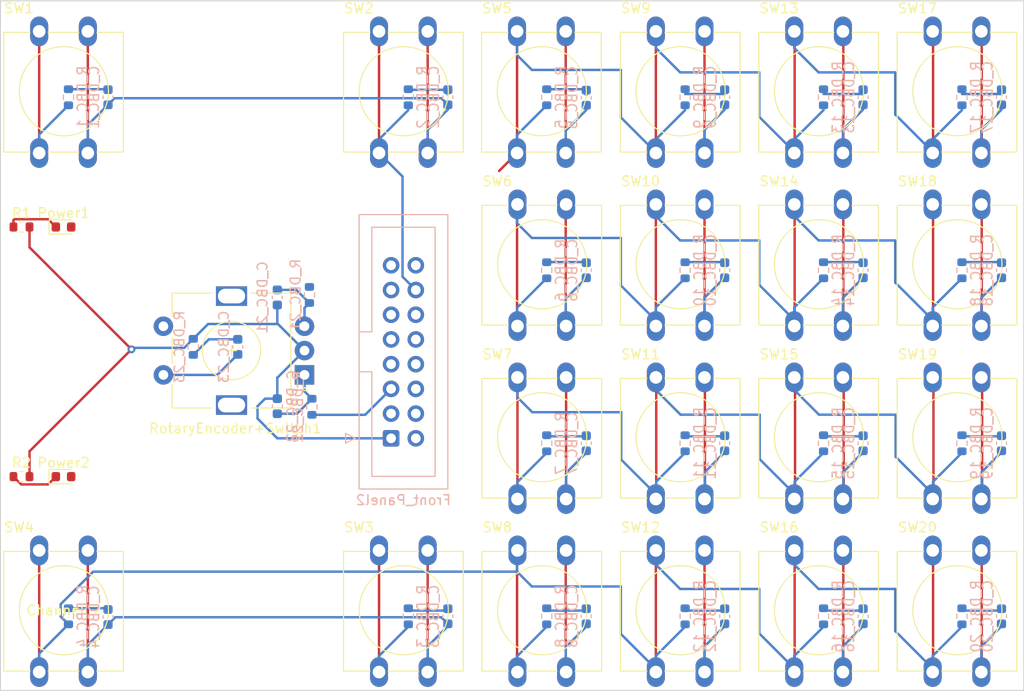
<source format=kicad_pcb>
(kicad_pcb (version 20211014) (generator pcbnew)
  (layers (0 "F.Cu" signal) (31 "B.Cu" signal) (34 "B.Paste" user) (35 "F.Paste" user) (36 "B.SilkS" user "B.Silkscreen") (37 "F.SilkS" user "F.Silkscreen") (38 "B.Mask" user) (39 "F.Mask" user) (44 "Edge.Cuts" user))
  (net 0 "")
  (net 1 "Net-(Front_Panel2-Pad2)")
  (net 2 "Net-(Front_Panel2-Pad3)")
  (net 3 "Net-(Front_Panel2-Pad4)")
  (net 4 "Net-(Front_Panel2-Pad5)")
  (net 5 "Net-(Front_Panel2-Pad6)")
  (net 6 "Net-(C_DBC_1-Pad1)")
  (net 7 "Net-(C_DBC_1-Pad2)")
  (net 8 "Net-(C_DBC_2-Pad1)")
  (net 9 "Net-(R_DBC_3-Pad2)")
  (net 10 "Net-(C_DBC_4-Pad1)")
  (net 11 "Net-(C_DBC_5-Pad1)")
  (net 12 "Net-(Power1-Pad1)")
  (net 13 "Net-(Power2-Pad1)")
  (net 14 "Net-(C_DBC_5-Pad2)")
  (net 15 "Net-(R_DBC_6-Pad2)")
  (net 16 "Net-(R_DBC_7-Pad2)")
  (net 17 "Net-(R_DBC_8-Pad2)")
  (net 18 "Net-(C_DBC_9-Pad1)")
  (net 19 "Net-(C_DBC_10-Pad2)")
  (net 20 "Net-(C_DBC_10-Pad1)")
  (net 21 "Net-(R_DBC_11-Pad2)")
  (net 22 "Net-(R_DBC_12-Pad2)")
  (net 23 "Net-(C_DBC_13-Pad1)")
  (net 24 "Net-(C_DBC_13-Pad2)")
  (net 25 "Net-(R_DBC_14-Pad2)")
  (net 26 "Net-(R_DBC_15-Pad2)")
  (net 27 "Net-(R_DBC_16-Pad2)")
  (net 28 "Net-(C_DBC_17-Pad1)")
  (net 29 "Net-(C_DBC_17-Pad2)")
  (net 30 "Net-(C_DBC_18-Pad1)")
  (net 31 "Net-(R_DBC_19-Pad2)")
  (net 32 "Net-(R_DBC_20-Pad2)")
  (net 33 "Net-(C_DBC_21-Pad1)")
  (net 34 "Net-(C_DBC_21-Pad2)")
  (net 35 "Net-(C_DBC_22-Pad1)")
  (net 36 "Net-(C_DBC_23-Pad1)")
  (net 38 "Net-(RotaryEncoder+Switch1-PadS2)")
  (net 39 "Net-(SW13-Pad1)")
  (net 40 "Net-(Front_Panel2-Pad14)")
  (net 41 "Net-(Front_Panel2-Pad15)")
  (net 42 "Net-(Front_Panel2-Pad16)")
  (footprint "Button_Switch_THT:SW_PUSH-12mm" (layer "F.Cu") (at 244.388 47.388 90)
    (fp_text reference "SW10")
    (fp_text value "5")
  )
  (footprint "Button_Switch_THT:SW_PUSH-12mm" (layer "F.Cu") (at 258.612 29.608 90)
    (fp_text reference "SW13")
    (fp_text value "9")
  )
  (footprint "Button_Switch_THT:SW_PUSH-12mm" (layer "F.Cu") (at 230.164 65.168 90)
    (fp_text reference "SW7")
    (fp_text value "1")
  )
  (footprint "Button_Switch_THT:SW_PUSH-12mm" (layer "F.Cu") (at 230.124 29.608 90)
    (fp_text reference "SW5")
    (fp_text value "7")
  )
  (footprint "Button_Switch_THT:SW_PUSH-12mm" (layer "F.Cu") (at 258.612 65.168 90)
    (fp_text reference "SW15")
    (fp_text value "3")
  )
  (footprint "Button_Switch_THT:SW_PUSH-12mm" (layer "F.Cu") (at 272.836 29.608 90)
    (fp_text reference "SW17")
    (fp_text value "Voltage 1")
  )
  (footprint "Button_Switch_THT:SW_PUSH-12mm" (layer "F.Cu") (at 230.164 47.388 90)
    (fp_text reference "SW6")
    (fp_text value "4")
  )
  (footprint "Button_Switch_THT:SW_PUSH-12mm" (layer "F.Cu") (at 272.836 47.388 90)
    (fp_text reference "SW18")
    (fp_text value "Current 1")
  )
  (footprint "Button_Switch_THT:SW_PUSH-12mm" (layer "F.Cu") (at 272.836 82.948 90)
    (fp_text reference "SW20")
    (fp_text value "Current 2")
  )
  (footprint "Button_Switch_THT:SW_PUSH-12mm" (layer "F.Cu") (at 215.94 82.948 90)
    (fp_text reference "SW3")
    (fp_text value "Cancel")
  )
  (footprint "Button_Switch_THT:SW_PUSH-12mm" (layer "F.Cu") (at 244.388 29.608 90)
    (fp_text reference "SW9")
    (fp_text value "8")
  )
  (footprint "Resistor_SMD:R_0603_1608Metric" (layer "F.Cu") (at 179.197 37.211)
    (fp_text reference "R1")
    (fp_text value "100" hide)
  )
  (footprint "Button_Switch_THT:SW_PUSH-12mm" (layer "F.Cu") (at 258.612 47.388 90)
    (fp_text reference "SW14")
    (fp_text value "6")
  )
  (footprint "LED_SMD:LED_0603_1608Metric" (layer "F.Cu") (at 183.515 37.211)
    (fp_text reference "Power1")
    (fp_text value "LED" hide)
  )
  (footprint "LED_SMD:LED_0603_1608Metric" (layer "F.Cu") (at 183.515 62.865)
    (fp_text reference "Power2")
    (fp_text value "LED" hide)
  )
  (footprint "Button_Switch_THT:SW_PUSH-12mm" (layer "F.Cu") (at 272.836 65.168 90)
    (fp_text reference "SW19")
    (fp_text value "Voltage 2")
  )
  (footprint "Button_Switch_THT:SW_PUSH-12mm" (layer "F.Cu") (at 230.164 82.948 90)
    (fp_text reference "SW8")
    (fp_text value "Decimal")
  )
  (footprint "Button_Switch_THT:SW_PUSH-12mm" (layer "F.Cu") (at 258.612 82.948 90)
    (fp_text reference "SW16")
    (fp_text value "Backspace")
  )
  (footprint "Rotary_Encoder:RotaryEncoder_Alps_EC11E-Switch_Vertical_H20mm" (layer "F.Cu") (at 208.28 52.411 180)
    (fp_text reference "RotaryEncoder+Switch1")
    (fp_text value "IgnorePinsOnSymbol" hide)
  )
  (footprint "Button_Switch_THT:SW_PUSH-12mm" (layer "F.Cu") (at 181.015 29.608 90)
    (fp_text reference "SW1")
    (fp_text value "Channel 1")
  )
  (footprint "Button_Switch_THT:SW_PUSH-12mm" (layer "F.Cu") (at 215.94 29.608 90)
    (fp_text reference "SW2")
    (fp_text value "Confirm")
  )
  (footprint "Button_Switch_THT:SW_PUSH-12mm" (layer "F.Cu") (at 244.388 82.948 90)
    (fp_text reference "SW12")
    (fp_text value "0")
  )
  (footprint "Button_Switch_THT:SW_PUSH-12mm" (layer "F.Cu") (at 244.388 65.168 90)
    (fp_text reference "SW11")
    (fp_text value "2")
  )
  (footprint "Resistor_SMD:R_0603_1608Metric" (layer "F.Cu") (at 179.197 62.865)
    (fp_text reference "R2")
    (fp_text value "100" hide)
  )
  (footprint "Button_Switch_THT:SW_PUSH-12mm" (layer "F.Cu") (at 181.015 82.948 90)
    (fp_text reference "SW4")
    (fp_text value "Channel 2")
  )
  (footprint "Resistor_SMD:R_0603_1608Metric" (layer "B.Cu") (at 233.172 77.216 90)
    (fp_text reference "R_DBC_8")
    (fp_text value "1k" hide)
  )
  (footprint "Capacitor_SMD:C_0603_1608Metric" (layer "B.Cu") (at 223.012 77.216 -90)
    (fp_text reference "C_DBC_3")
    (fp_text value "100n" hide)
  )
  (footprint "Capacitor_SMD:C_0603_1608Metric" (layer "B.Cu") (at 223.012 23.876 -90)
    (fp_text reference "C_DBC_2")
    (fp_text value "100n" hide)
  )
  (footprint "Capacitor_SMD:C_0603_1608Metric" (layer "B.Cu") (at 237.236 23.926 -90)
    (fp_text reference "C_DBC_5")
    (fp_text value "100n" hide)
  )
  (footprint "Capacitor_SMD:C_0603_1608Metric" (layer "B.Cu") (at 237.236 41.656 -90)
    (fp_text reference "C_DBC_6")
    (fp_text value "100n" hide)
  )
  (footprint "Resistor_SMD:R_0603_1608Metric" (layer "B.Cu") (at 233.172 23.876 90)
    (fp_text reference "R_DBC_5")
    (fp_text value "1k" hide)
  )
  (footprint "Resistor_SMD:R_0603_1608Metric" (layer "B.Cu") (at 184.023 77.216 90)
    (fp_text reference "R_DBC_4")
    (fp_text value "1k" hide)
  )
  (footprint "Resistor_SMD:R_0603_1608Metric" (layer "B.Cu") (at 275.844 77.216 90)
    (fp_text reference "R_DBC_20")
    (fp_text value "1k" hide)
  )
  (footprint "Capacitor_SMD:C_0603_1608Metric" (layer "B.Cu") (at 251.46 23.876 -90)
    (fp_text reference "C_DBC_9")
    (fp_text value "100n" hide)
  )
  (footprint "Capacitor_SMD:C_0603_1608Metric" (layer "B.Cu") (at 279.908 23.876 -90)
    (fp_text reference "C_DBC_17")
    (fp_text value "100n" hide)
  )
  (footprint "Capacitor_SMD:C_0603_1608Metric" (layer "B.Cu") (at 201.422 49.53 -90)
    (fp_text reference "C_DBC_23")
    (fp_text value "100n" hide)
  )
  (footprint "Resistor_SMD:R_0603_1608Metric" (layer "B.Cu") (at 261.62 59.436 90)
    (fp_text reference "R_DBC_15")
    (fp_text value "1k" hide)
  )
  (footprint "Capacitor_SMD:C_0603_1608Metric" (layer "B.Cu") (at 251.46 77.216 -90)
    (fp_text reference "C_DBC_12")
    (fp_text value "100n" hide)
  )
  (footprint "Resistor_SMD:R_0603_1608Metric" (layer "B.Cu") (at 233.172 59.436 90)
    (fp_text reference "R_DBC_7")
    (fp_text value "1k" hide)
  )
  (footprint "Resistor_SMD:R_0603_1608Metric" (layer "B.Cu") (at 261.62 41.656 90)
    (fp_text reference "R_DBC_14")
    (fp_text value "1k" hide)
  )
  (footprint "Capacitor_SMD:C_0603_1608Metric" (layer "B.Cu") (at 279.908 77.216 -90)
    (fp_text reference "C_DBC_20")
    (fp_text value "100n" hide)
  )
  (footprint "Resistor_SMD:R_0603_1608Metric" (layer "B.Cu") (at 208.788 44.196 -90)
    (fp_text reference "R_DBC_21")
    (fp_text value "1k" hide)
  )
  (footprint "Resistor_SMD:R_0603_1608Metric" (layer "B.Cu") (at 196.85 49.53 -90)
    (fp_text reference "R_DBC_23")
    (fp_text value "1k" hide)
  )
  (footprint "Capacitor_SMD:C_0603_1608Metric" (layer "B.Cu") (at 237.236 77.216 -90)
    (fp_text reference "C_DBC_8")
    (fp_text value "100n" hide)
  )
  (footprint "Capacitor_SMD:C_0603_1608Metric" (layer "B.Cu") (at 188.087 23.876 -90)
    (fp_text reference "C_DBC_1")
    (fp_text value "100n" hide)
  )
  (footprint "Resistor_SMD:R_0603_1608Metric" (layer "B.Cu") (at 247.396 23.876 90)
    (fp_text reference "R_DBC_9")
    (fp_text value "1k" hide)
  )
  (footprint "Capacitor_SMD:C_0603_1608Metric" (layer "B.Cu") (at 251.46 41.656 -90)
    (fp_text reference "C_DBC_10")
    (fp_text value "100n" hide)
  )
  (footprint "Resistor_SMD:R_0603_1608Metric" (layer "B.Cu") (at 261.62 77.216 90)
    (fp_text reference "R_DBC_16")
    (fp_text value "1k" hide)
  )
  (footprint "Connector_IDC:IDC-Header_2x08_P2.54mm_Vertical" (layer "B.Cu") (at 217.1795 58.928)
    (fp_text reference "Front_Panel2")
    (fp_text value "Conn_02x08_Counter_Clockwise" hide)
  )
  (footprint "Resistor_SMD:R_0603_1608Metric" (layer "B.Cu") (at 247.396 41.656 90)
    (fp_text reference "R_DBC_10")
    (fp_text value "1k" hide)
  )
  (footprint "Resistor_SMD:R_0603_1608Metric" (layer "B.Cu") (at 184.023 23.876 90)
    (fp_text reference "R_DBC_1")
    (fp_text value "1k" hide)
  )
  (footprint "Capacitor_SMD:C_0603_1608Metric" (layer "B.Cu") (at 265.684 77.216 -90)
    (fp_text reference "C_DBC_16")
    (fp_text value "100n" hide)
  )
  (footprint "Resistor_SMD:R_0603_1608Metric" (layer "B.Cu") (at 247.396 77.216 90)
    (fp_text reference "R_DBC_12")
    (fp_text value "1k" hide)
  )
  (footprint "Capacitor_SMD:C_0603_1608Metric" (layer "B.Cu") (at 188.087 77.292 -90)
    (fp_text reference "C_DBC_4")
    (fp_text value "100n" hide)
  )
  (footprint "Resistor_SMD:R_0603_1608Metric" (layer "B.Cu") (at 218.948 77.216 90)
    (fp_text reference "R_DBC_3")
    (fp_text value "1k" hide)
  )
  (footprint "Resistor_SMD:R_0603_1608Metric" (layer "B.Cu") (at 275.844 23.876 90)
    (fp_text reference "R_DBC_17")
    (fp_text value "1k" hide)
  )
  (footprint "Capacitor_SMD:C_0603_1608Metric" (layer "B.Cu") (at 205.486 55.626 90)
    (fp_text reference "C_DBC_22")
    (fp_text value "100n" hide)
  )
  (footprint "Capacitor_SMD:C_0603_1608Metric" (layer "B.Cu") (at 265.684 41.656 -90)
    (fp_text reference "C_DBC_14")
    (fp_text value "100n" hide)
  )
  (footprint "Resistor_SMD:R_0603_1608Metric" (layer "B.Cu") (at 218.948 23.876 90)
    (fp_text reference "R_DBC_2")
    (fp_text value "1k" hide)
  )
  (footprint "Resistor_SMD:R_0603_1608Metric" (layer "B.Cu") (at 209.042 55.689 -90)
    (fp_text reference "R_DBC_22")
    (fp_text value "1k" hide)
  )
  (footprint "Capacitor_SMD:C_0603_1608Metric" (layer "B.Cu") (at 205.486 44.45 90)
    (fp_text reference "C_DBC_21")
    (fp_text value "100n" hide)
  )
  (footprint "Resistor_SMD:R_0603_1608Metric" (layer "B.Cu") (at 261.62 23.876 90)
    (fp_text reference "R_DBC_13")
    (fp_text value "1k" hide)
  )
  (footprint "Resistor_SMD:R_0603_1608Metric" (layer "B.Cu") (at 275.844 59.436 90)
    (fp_text reference "R_DBC_19")
    (fp_text value "1k" hide)
  )
  (footprint "Resistor_SMD:R_0603_1608Metric" (layer "B.Cu") (at 247.396 59.436 90)
    (fp_text reference "R_DBC_11")
    (fp_text value "1k" hide)
  )
  (footprint "Capacitor_SMD:C_0603_1608Metric" (layer "B.Cu") (at 237.236 59.436 -90)
    (fp_text reference "C_DBC_7")
    (fp_text value "100n" hide)
  )
  (footprint "Capacitor_SMD:C_0603_1608Metric" (layer "B.Cu") (at 251.46 59.436 -90)
    (fp_text reference "C_DBC_11")
    (fp_text value "100n" hide)
  )
  (footprint "Capacitor_SMD:C_0603_1608Metric" (layer "B.Cu") (at 265.684 59.436 -90)
    (fp_text reference "C_DBC_15")
    (fp_text value "100n" hide)
  )
  (footprint "Capacitor_SMD:C_0603_1608Metric" (layer "B.Cu") (at 265.684 23.876 -90)
    (fp_text reference "C_DBC_13")
    (fp_text value "100n" hide)
  )
  (footprint "Capacitor_SMD:C_0603_1608Metric" (layer "B.Cu") (at 279.908 59.436 -90)
    (fp_text reference "C_DBC_19")
    (fp_text value "100n" hide)
  )
  (footprint "Capacitor_SMD:C_0603_1608Metric" (layer "B.Cu") (at 279.908 41.656 -90)
    (fp_text reference "C_DBC_18")
    (fp_text value "100n" hide)
  )
  (footprint "Resistor_SMD:R_0603_1608Metric" (layer "B.Cu") (at 275.844 41.656 90)
    (fp_text reference "R_DBC_18")
    (fp_text value "1k" hide)
  )
  (footprint "Resistor_SMD:R_0603_1608Metric" (layer "B.Cu") (at 233.172 41.656 90)
    (fp_text reference "R_DBC_6")
    (fp_text value "1k" hide)
  )
  (gr_line (start 177.038 13.97) (end 282.194 13.97) (layer "Edge.Cuts") (width 0.1))
  (gr_line (start 177.038 13.97) (end 177.038 84.836) (layer "Edge.Cuts") (width 0.1))
  (gr_line (start 282.194 13.97) (end 282.194 84.836) (layer "Edge.Cuts") (width 0.1))
  (gr_line (start 282.194 84.836) (end 177.038 84.836) (layer "Edge.Cuts") (width 0.1))
  (segment (start 209.042 56.514) (end 214.5135 56.514) (width 0.25) (layer "B.Cu") (net 4))
  (segment (start 214.5135 56.514) (end 217.1795 53.848) (width 0.25) (layer "B.Cu") (net 4))
  (segment (start 184.023 23.051) (end 188.037 23.051) (width 0.25) (layer "B.Cu") (net 6))
  (segment (start 188.037 23.051) (end 188.087 23.101) (width 0.25) (layer "B.Cu") (net 6))
  (segment (start 220.94 70.689) (end 220.94 83.189) (width 0.25) (layer "F.Cu") (net 7))
  (segment (start 220.94 17.603) (end 220.94 30.103) (width 0.25) (layer "F.Cu") (net 7))
  (segment (start 186.015 17.108) (end 186.015 29.608) (width 0.25) (layer "F.Cu") (net 7))
  (segment (start 186.015 70.448) (end 186.015 82.948) (width 0.25) (layer "F.Cu") (net 7))
  (segment (start 223.012 25.146) (end 220.94 27.218) (width 0.25) (layer "B.Cu") (net 7))
  (segment (start 223.012 78.232) (end 220.94 80.304) (width 0.25) (layer "B.Cu") (net 7))
  (segment (start 188.087 24.651) (end 188.762 23.976) (width 0.25) (layer "B.Cu") (net 7))
  (segment (start 220.94 80.304) (end 220.94 83.189) (width 0.25) (layer "B.Cu") (net 7))
  (segment (start 222.337 77.316) (end 223.012 77.991) (width 0.25) (layer "B.Cu") (net 7))
  (segment (start 188.762 23.976) (end 222.337 23.976) (width 0.25) (layer "B.Cu") (net 7))
  (segment (start 220.94 27.218) (end 220.94 30.103) (width 0.25) (layer "B.Cu") (net 7))
  (segment (start 188.087 78.067) (end 188.838 77.316) (width 0.25) (layer "B.Cu") (net 7))
  (segment (start 188.087 24.651) (end 186.015 26.723) (width 0.25) (layer "B.Cu") (net 7))
  (segment (start 188.087 78.067) (end 186.015 80.139) (width 0.25) (layer "B.Cu") (net 7))
  (segment (start 222.337 23.976) (end 223.012 24.651) (width 0.25) (layer "B.Cu") (net 7))
  (segment (start 186.015 26.723) (end 186.015 29.608) (width 0.25) (layer "B.Cu") (net 7))
  (segment (start 186.015 80.139) (end 186.015 82.948) (width 0.25) (layer "B.Cu") (net 7))
  (segment (start 188.838 77.316) (end 222.337 77.316) (width 0.25) (layer "B.Cu") (net 7))
  (segment (start 222.962 23.546) (end 223.012 23.596) (width 0.25) (layer "B.Cu") (net 8))
  (segment (start 218.948 23.114) (end 222.962 23.114) (width 0.25) (layer "B.Cu") (net 8))
  (segment (start 222.962 76.632) (end 223.012 76.682) (width 0.25) (layer "B.Cu") (net 9))
  (segment (start 218.948 76.632) (end 222.962 76.632) (width 0.25) (layer "B.Cu") (net 9))
  (segment (start 187.961 76.391) (end 188.087 76.517) (width 0.25) (layer "B.Cu") (net 10))
  (segment (start 184.023 76.391) (end 187.961 76.391) (width 0.25) (layer "B.Cu") (net 10))
  (segment (start 233.172 23.051) (end 237.136 23.051) (width 0.25) (layer "B.Cu") (net 11))
  (segment (start 237.136 23.546) (end 237.236 23.646) (width 0.25) (layer "B.Cu") (net 11))
  (segment (start 237.136 23.051) (end 237.236 23.151) (width 0.25) (layer "B.Cu") (net 11))
  (segment (start 178.372 36.512) (end 178.473 36.411) (width 0.25) (layer "F.Cu") (net 12))
  (segment (start 178.372 37.211) (end 178.372 36.512) (width 0.25) (layer "F.Cu") (net 12))
  (segment (start 181.9275 36.411) (end 182.7275 37.211) (width 0.25) (layer "F.Cu") (net 12))
  (segment (start 178.473 36.411) (end 181.9275 36.411) (width 0.25) (layer "F.Cu") (net 12))
  (segment (start 179.172 63.665) (end 181.9275 63.665) (width 0.25) (layer "F.Cu") (net 13))
  (segment (start 181.9275 63.665) (end 182.7275 62.865) (width 0.25) (layer "F.Cu") (net 13))
  (segment (start 178.372 62.865) (end 179.172 63.665) (width 0.25) (layer "F.Cu") (net 13))
  (segment (start 235.124 70.689) (end 235.124 83.189) (width 0.25) (layer "F.Cu") (net 14))
  (segment (start 235.124 17.603) (end 235.124 30.103) (width 0.25) (layer "F.Cu") (net 14))
  (segment (start 235.124 34.875) (end 235.124 47.375) (width 0.25) (layer "F.Cu") (net 14))
  (segment (start 235.164 52.778) (end 235.164 65.278) (width 0.25) (layer "F.Cu") (net 14))
  (segment (start 235.124 80.394) (end 235.124 83.189) (width 0.25) (layer "B.Cu") (net 14))
  (segment (start 237.236 25.196) (end 235.124 27.308) (width 0.25) (layer "B.Cu") (net 14))
  (segment (start 237.276 60.371) (end 235.164 62.483) (width 0.25) (layer "B.Cu") (net 14))
  (segment (start 237.236 42.468) (end 235.124 44.58) (width 0.25) (layer "B.Cu") (net 14))
  (segment (start 235.124 27.308) (end 235.124 30.103) (width 0.25) (layer "B.Cu") (net 14))
  (segment (start 235.124 44.58) (end 235.124 47.375) (width 0.25) (layer "B.Cu") (net 14))
  (segment (start 237.236 78.282) (end 235.124 80.394) (width 0.25) (layer "B.Cu") (net 14))
  (segment (start 235.164 62.483) (end 235.164 65.278) (width 0.25) (layer "B.Cu") (net 14))
  (segment (start 237.136 40.818) (end 237.236 40.918) (width 0.25) (layer "B.Cu") (net 15))
  (segment (start 233.172 40.818) (end 237.136 40.818) (width 0.25) (layer "B.Cu") (net 15))
  (segment (start 237.176 58.721) (end 237.276 58.821) (width 0.25) (layer "B.Cu") (net 16))
  (segment (start 233.212 58.721) (end 237.176 58.721) (width 0.25) (layer "B.Cu") (net 16))
  (segment (start 237.136 76.632) (end 237.236 76.732) (width 0.25) (layer "B.Cu") (net 17))
  (segment (start 233.172 76.632) (end 237.136 76.632) (width 0.25) (layer "B.Cu") (net 17))
  (segment (start 247.396 23.546) (end 251.41 23.546) (width 0.25) (layer "B.Cu") (net 18))
  (segment (start 251.41 23.546) (end 251.46 23.596) (width 0.25) (layer "B.Cu") (net 18))
  (segment (start 249.428 52.778) (end 249.428 65.278) (width 0.25) (layer "F.Cu") (net 19))
  (segment (start 249.388 34.875) (end 249.388 47.375) (width 0.25) (layer "F.Cu") (net 19))
  (segment (start 249.388 17.603) (end 249.388 30.103) (width 0.25) (layer "F.Cu") (net 19))
  (segment (start 249.388 70.689) (end 249.388 83.189) (width 0.25) (layer "F.Cu") (net 19))
  (segment (start 249.388 27.218) (end 249.388 30.103) (width 0.25) (layer "B.Cu") (net 19))
  (segment (start 251.5 60.321) (end 249.428 62.393) (width 0.25) (layer "B.Cu") (net 19))
  (segment (start 249.388 80.304) (end 249.388 83.189) (width 0.25) (layer "B.Cu") (net 19))
  (segment (start 249.428 62.393) (end 249.428 65.278) (width 0.25) (layer "B.Cu") (net 19))
  (segment (start 249.388 44.49) (end 249.388 47.375) (width 0.25) (layer "B.Cu") (net 19))
  (segment (start 251.46 42.418) (end 249.388 44.49) (width 0.25) (layer "B.Cu") (net 19))
  (segment (start 251.46 78.232) (end 249.388 80.304) (width 0.25) (layer "B.Cu") (net 19))
  (segment (start 251.46 25.146) (end 249.388 27.218) (width 0.25) (layer "B.Cu") (net 19))
  (segment (start 247.396 40.818) (end 251.41 40.818) (width 0.25) (layer "B.Cu") (net 20))
  (segment (start 251.41 40.818) (end 251.46 40.868) (width 0.25) (layer "B.Cu") (net 20))
  (segment (start 247.436 58.721) (end 251.45 58.721) (width 0.25) (layer "B.Cu") (net 21))
  (segment (start 251.45 58.721) (end 251.5 58.771) (width 0.25) (layer "B.Cu") (net 21))
  (segment (start 247.396 76.632) (end 251.41 76.632) (width 0.25) (layer "B.Cu") (net 22))
  (segment (start 251.41 76.632) (end 251.46 76.682) (width 0.25) (layer "B.Cu") (net 22))
  (segment (start 265.634 23.546) (end 265.684 23.596) (width 0.25) (layer "B.Cu") (net 23))
  (segment (start 261.62 23.546) (end 265.634 23.546) (width 0.25) (layer "B.Cu") (net 23))
  (segment (start 263.652 34.731) (end 263.652 47.231) (width 0.25) (layer "F.Cu") (net 24))
  (segment (start 263.652 17.459) (end 263.652 29.959) (width 0.25) (layer "F.Cu") (net 24))
  (segment (start 263.692 52.634) (end 263.692 65.134) (width 0.25) (layer "F.Cu") (net 24))
  (segment (start 263.652 70.545) (end 263.652 83.045) (width 0.25) (layer "F.Cu") (net 24))
  (segment (start 265.684 42.418) (end 263.612 44.49) (width 0.25) (layer "B.Cu") (net 24))
  (segment (start 265.684 78.232) (end 263.612 80.304) (width 0.25) (layer "B.Cu") (net 24))
  (segment (start 263.612 80.304) (end 263.612 83.189) (width 0.25) (layer "B.Cu") (net 24))
  (segment (start 263.612 44.49) (end 263.612 47.375) (width 0.25) (layer "B.Cu") (net 24))
  (segment (start 263.612 27.218) (end 263.612 30.103) (width 0.25) (layer "B.Cu") (net 24))
  (segment (start 265.684 25.146) (end 263.612 27.218) (width 0.25) (layer "B.Cu") (net 24))
  (segment (start 265.724 60.321) (end 263.652 62.393) (width 0.25) (layer "B.Cu") (net 24))
  (segment (start 263.652 62.393) (end 263.652 65.278) (width 0.25) (layer "B.Cu") (net 24))
  (segment (start 261.62 40.818) (end 265.634 40.818) (width 0.25) (layer "B.Cu") (net 25))
  (segment (start 265.634 40.818) (end 265.684 40.868) (width 0.25) (layer "B.Cu") (net 25))
  (segment (start 261.66 58.721) (end 265.674 58.721) (width 0.25) (layer "B.Cu") (net 26))
  (segment (start 265.674 58.721) (end 265.724 58.771) (width 0.25) (layer "B.Cu") (net 26))
  (segment (start 261.62 76.632) (end 265.634 76.632) (width 0.25) (layer "B.Cu") (net 27))
  (segment (start 265.634 76.632) (end 265.684 76.682) (width 0.25) (layer "B.Cu") (net 27))
  (segment (start 275.844 23.546) (end 279.858 23.546) (width 0.25) (layer "B.Cu") (net 28))
  (segment (start 279.858 23.546) (end 279.908 23.596) (width 0.25) (layer "B.Cu") (net 28))
  (segment (start 277.876 34.731) (end 277.876 47.231) (width 0.25) (layer "F.Cu") (net 29))
  (segment (start 277.876 70.545) (end 277.876 83.045) (width 0.25) (layer "F.Cu") (net 29))
  (segment (start 277.916 52.634) (end 277.916 65.134) (width 0.25) (layer "F.Cu") (net 29))
  (segment (start 277.876 17.459) (end 277.876 29.959) (width 0.25) (layer "F.Cu") (net 29))
  (segment (start 279.948 60.321) (end 277.876 62.393) (width 0.25) (layer "B.Cu") (net 29))
  (segment (start 279.908 78.232) (end 277.836 80.304) (width 0.25) (layer "B.Cu") (net 29))
  (segment (start 277.836 27.218) (end 277.836 30.103) (width 0.25) (layer "B.Cu") (net 29))
  (segment (start 277.836 44.49) (end 277.836 47.375) (width 0.25) (layer "B.Cu") (net 29))
  (segment (start 279.908 25.146) (end 277.836 27.218) (width 0.25) (layer "B.Cu") (net 29))
  (segment (start 277.836 80.304) (end 277.836 83.189) (width 0.25) (layer "B.Cu") (net 29))
  (segment (start 279.908 42.418) (end 277.836 44.49) (width 0.25) (layer "B.Cu") (net 29))
  (segment (start 277.876 62.393) (end 277.876 65.278) (width 0.25) (layer "B.Cu") (net 29))
  (segment (start 275.844 40.818) (end 279.858 40.818) (width 0.25) (layer "B.Cu") (net 30))
  (segment (start 279.858 40.818) (end 279.908 40.868) (width 0.25) (layer "B.Cu") (net 30))
  (segment (start 279.898 58.721) (end 279.948 58.771) (width 0.25) (layer "B.Cu") (net 31))
  (segment (start 275.884 58.721) (end 279.898 58.721) (width 0.25) (layer "B.Cu") (net 31))
  (segment (start 279.858 76.632) (end 279.908 76.682) (width 0.25) (layer "B.Cu") (net 32))
  (segment (start 275.844 76.632) (end 279.858 76.632) (width 0.25) (layer "B.Cu") (net 32))
  (segment (start 180.022 60.262) (end 190.5 49.784) (width 0.25) (layer "F.Cu") (net 33))
  (segment (start 180.022 62.865) (end 180.022 60.262) (width 0.25) (layer "F.Cu") (net 33))
  (segment (start 180.022 37.211) (end 180.022 39.306) (width 0.25) (layer "F.Cu") (net 33))
  (segment (start 180.022 39.306) (end 190.5 49.784) (width 0.25) (layer "F.Cu") (net 33))
  (via (at 190.5 49.784) (size 0.8) (drill 0.4) (layers "F.Cu" "B.Cu") (net 33))
  (segment (start 198.3745 47.1805) (end 205.5495 47.1805) (width 0.25) (layer "B.Cu") (net 33))
  (segment (start 205.486 58.928) (end 217.1795 58.928) (width 0.25) (layer "B.Cu") (net 33))
  (segment (start 204.229 54.851) (end 203.454 55.626) (width 0.25) (layer "B.Cu") (net 33))
  (segment (start 205.486 54.851) (end 205.486 52.705) (width 0.25) (layer "B.Cu") (net 33))
  (segment (start 205.486 52.705) (end 208.28 49.911) (width 0.25) (layer "B.Cu") (net 33))
  (segment (start 190.654 49.63) (end 195.925 49.63) (width 0.25) (layer "B.Cu") (net 33))
  (segment (start 190.5 49.784) (end 190.654 49.63) (width 0.25) (layer "B.Cu") (net 33))
  (segment (start 205.486 45.225) (end 205.486 47.117) (width 0.25) (layer "B.Cu") (net 33))
  (segment (start 196.85 48.705) (end 198.3745 47.1805) (width 0.25) (layer "B.Cu") (net 33))
  (segment (start 203.454 56.896) (end 205.486 58.928) (width 0.25) (layer "B.Cu") (net 33))
  (segment (start 195.925 49.63) (end 196.85 48.705) (width 0.25) (layer "B.Cu") (net 33))
  (segment (start 205.486 54.851) (end 204.229 54.851) (width 0.25) (layer "B.Cu") (net 33))
  (segment (start 205.5495 47.1805) (end 208.28 49.911) (width 0.25) (layer "B.Cu") (net 33))
  (segment (start 203.454 55.626) (end 203.454 56.896) (width 0.25) (layer "B.Cu") (net 33))
  (segment (start 205.486 47.117) (end 205.5495 47.1805) (width 0.25) (layer "B.Cu") (net 33))
  (segment (start 205.486 43.675) (end 207.442 43.675) (width 0.25) (layer "B.Cu") (net 34))
  (segment (start 208.28 45.529) (end 208.28 47.411) (width 0.25) (layer "B.Cu") (net 34))
  (segment (start 207.442 43.675) (end 208.788 45.021) (width 0.25) (layer "B.Cu") (net 34))
  (segment (start 208.788 45.021) (end 208.28 45.529) (width 0.25) (layer "B.Cu") (net 34))
  (segment (start 207.505 56.401) (end 209.042 54.864) (width 0.25) (layer "B.Cu") (net 35))
  (segment (start 208.28 54.102) (end 208.28 52.411) (width 0.25) (layer "B.Cu") (net 35))
  (segment (start 205.486 56.401) (end 207.505 56.401) (width 0.25) (layer "B.Cu") (net 35))
  (segment (start 209.042 54.864) (end 208.28 54.102) (width 0.25) (layer "B.Cu") (net 35))
  (segment (start 201.372 48.705) (end 201.422 48.755) (width 0.25) (layer "B.Cu") (net 36))
  (segment (start 201.422 48.755) (end 198.45 48.755) (width 0.25) (layer "B.Cu") (net 36))
  (segment (start 198.45 48.755) (end 196.85 50.355) (width 0.25) (layer "B.Cu") (net 36))
  (segment (start 201.422 50.305) (end 199.316 52.411) (width 0.25) (layer "B.Cu") (net 38))
  (segment (start 199.316 52.411) (end 193.78 52.411) (width 0.25) (layer "B.Cu") (net 38))
  (segment (start 228.275 31.457) (end 230.124 29.608) (width 0.25) (layer "F.Cu") (net 39))
  (segment (start 181.015 17.108) (end 181.015 29.608) (width 0.25) (layer "F.Cu") (net 39))
  (segment (start 244.388 17.603) (end 244.388 30.103) (width 0.25) (layer "F.Cu") (net 39))
  (segment (start 258.652 17.459) (end 258.652 29.959) (width 0.25) (layer "F.Cu") (net 39))
  (segment (start 272.876 17.459) (end 272.876 29.959) (width 0.25) (layer "F.Cu") (net 39))
  (segment (start 230.124 17.603) (end 230.124 30.103) (width 0.25) (layer "F.Cu") (net 39))
  (segment (start 272.836 28.204) (end 272.836 30.103) (width 0.25) (layer "B.Cu") (net 39))
  (segment (start 233.172 24.701) (end 230.124 27.749) (width 0.25) (layer "B.Cu") (net 39))
  (segment (start 230.124 28.244) (end 230.124 30.103) (width 0.25) (layer "B.Cu") (net 39))
  (segment (start 240.792 21.069) (end 231.648 21.069) (width 0.25) (layer "B.Cu") (net 39))
  (segment (start 246.888 21.323) (end 244.388 18.823) (width 0.25) (layer "B.Cu") (net 39))
  (segment (start 244.388 18.823) (end 244.388 17.603) (width 0.25) (layer "B.Cu") (net 39))
  (segment (start 240.792 25.949183) (end 240.792 21.069) (width 0.25) (layer "B.Cu") (net 39))
  (segment (start 255.016 21.323) (end 246.888 21.323) (width 0.25) (layer "B.Cu") (net 39))
  (segment (start 268.986 21.323) (end 261.112 21.323) (width 0.25) (layer "B.Cu") (net 39))
  (segment (start 272.836 29.495183) (end 268.986 25.645183) (width 0.25) (layer "B.Cu") (net 39))
  (segment (start 231.648 21.069) (end 230.124 19.545) (width 0.25) (layer "B.Cu") (net 39))
  (segment (start 230.124 19.545) (end 230.124 17.603) (width 0.25) (layer "B.Cu") (net 39))
  (segment (start 275.844 25.196) (end 272.836 28.204) (width 0.25) (layer "B.Cu") (net 39))
  (segment (start 184.023 24.701) (end 181.015 27.709) (width 0.25) (layer "B.Cu") (net 39))
  (segment (start 258.612 28.204) (end 258.612 30.103) (width 0.25) (layer "B.Cu") (net 39))
  (segment (start 255.016 25.895) (end 255.016 21.323) (width 0.25) (layer "B.Cu") (net 39))
  (segment (start 230.124 30.213) (end 230.124 30.103) (width 0.25) (layer "B.Cu") (net 39))
  (segment (start 244.388 28.204) (end 244.388 30.103) (width 0.25) (layer "B.Cu") (net 39))
  (segment (start 258.612 30.103) (end 258.612 29.491) (width 0.25) (layer "B.Cu") (net 39))
  (segment (start 261.112 21.323) (end 258.612 18.823) (width 0.25) (layer "B.Cu") (net 39))
  (segment (start 247.396 25.196) (end 244.388 28.204) (width 0.25) (layer "B.Cu") (net 39))
  (segment (start 268.986 25.645183) (end 268.986 21.323) (width 0.25) (layer "B.Cu") (net 39))
  (segment (start 244.388 30.103) (end 244.388 29.545183) (width 0.25) (layer "B.Cu") (net 39))
  (segment (start 244.388 29.545183) (end 240.792 25.949183) (width 0.25) (layer "B.Cu") (net 39))
  (segment (start 258.612 29.491) (end 255.016 25.895) (width 0.25) (layer "B.Cu") (net 39))
  (segment (start 230.124 27.749) (end 230.124 29.608) (width 0.25) (layer "B.Cu") (net 39))
  (segment (start 181.015 27.709) (end 181.015 29.608) (width 0.25) (layer "B.Cu") (net 39))
  (segment (start 258.612 18.823) (end 258.612 17.603) (width 0.25) (layer "B.Cu") (net 39))
  (segment (start 272.836 30.103) (end 272.836 29.495183) (width 0.25) (layer "B.Cu") (net 39))
  (segment (start 261.62 25.196) (end 258.612 28.204) (width 0.25) (layer "B.Cu") (net 39))
  (segment (start 244.388 34.875) (end 244.388 47.375) (width 0.25) (layer "F.Cu") (net 40))
  (segment (start 215.94 17.603) (end 215.94 30.103) (width 0.25) (layer "F.Cu") (net 40))
  (segment (start 258.652 34.731) (end 258.652 47.231) (width 0.25) (layer "F.Cu") (net 40))
  (segment (start 272.876 34.731) (end 272.876 47.231) (width 0.25) (layer "F.Cu") (net 40))
  (segment (start 230.124 34.875) (end 230.124 47.375) (width 0.25) (layer "F.Cu") (net 40))
  (segment (start 275.844 42.468) (end 272.836 45.476) (width 0.25) (layer "B.Cu") (net 40))
  (segment (start 272.836 45.476) (end 272.836 47.375) (width 0.25) (layer "B.Cu") (net 40))
  (segment (start 258.612 45.476) (end 258.612 47.375) (width 0.25) (layer "B.Cu") (net 40))
  (segment (start 240.792 43.221183) (end 240.792 38.341) (width 0.25) (layer "B.Cu") (net 40))
  (segment (start 247.396 42.468) (end 244.388 45.476) (width 0.25) (layer "B.Cu") (net 40))
  (segment (start 230.124 36.817) (end 230.124 34.875) (width 0.25) (layer "B.Cu") (net 40))
  (segment (start 231.648 38.341) (end 230.124 36.817) (width 0.25) (layer "B.Cu") (net 40))
  (segment (start 268.986 38.595) (end 261.112 38.595) (width 0.25) (layer "B.Cu") (net 40))
  (segment (start 244.388 46.817183) (end 240.792 43.221183) (width 0.25) (layer "B.Cu") (net 40))
  (segment (start 261.62 42.468) (end 258.612 45.476) (width 0.25) (layer "B.Cu") (net 40))
  (segment (start 255.016 38.595) (end 246.888 38.595) (width 0.25) (layer "B.Cu") (net 40))
  (segment (start 240.792 38.341) (end 231.648 38.341) (width 0.25) (layer "B.Cu") (net 40))
  (segment (start 272.836 46.767183) (end 268.986 42.917183) (width 0.25) (layer "B.Cu") (net 40))
  (segment (start 272.836 47.375) (end 272.836 46.767183) (width 0.25) (layer "B.Cu") (net 40))
  (segment (start 218.3545 32.0225) (end 218.3545 42.323) (width 0.25) (layer "B.Cu") (net 40))
  (segment (start 218.3545 42.323) (end 219.7195 43.688) (width 0.25) (layer "B.Cu") (net 40))
  (segment (start 218.948 25.196) (end 215.94 28.204) (width 0.25) (layer "B.Cu") (net 40))
  (segment (start 268.986 42.917183) (end 268.986 38.595) (width 0.25) (layer "B.Cu") (net 40))
  (segment (start 233.172 42.468) (end 230.124 45.516) (width 0.25) (layer "B.Cu") (net 40))
  (segment (start 244.388 47.375) (end 244.388 46.817183) (width 0.25) (layer "B.Cu") (net 40))
  (segment (start 255.016 43.167) (end 255.016 38.595) (width 0.25) (layer "B.Cu") (net 40))
  (segment (start 258.612 46.763) (end 255.016 43.167) (width 0.25) (layer "B.Cu") (net 40))
  (segment (start 230.124 47.485) (end 230.124 47.375) (width 0.25) (layer "B.Cu") (net 40))
  (segment (start 244.388 36.095) (end 244.388 34.875) (width 0.25) (layer "B.Cu") (net 40))
  (segment (start 261.112 38.595) (end 258.612 36.095) (width 0.25) (layer "B.Cu") (net 40))
  (segment (start 215.94 28.204) (end 215.94 30.103) (width 0.25) (layer "B.Cu") (net 40))
  (segment (start 246.888 38.595) (end 244.388 36.095) (width 0.25) (layer "B.Cu") (net 40))
  (segment (start 215.94 29.608) (end 218.3545 32.0225) (width 0.25) (layer "B.Cu") (net 40))
  (segment (start 258.612 36.095) (end 258.612 34.875) (width 0.25) (layer "B.Cu") (net 40))
  (segment (start 244.388 45.476) (end 244.388 47.375) (width 0.25) (layer "B.Cu") (net 40))
  (segment (start 230.124 45.516) (end 230.124 47.375) (width 0.25) (layer "B.Cu") (net 40))
  (segment (start 258.612 47.375) (end 258.612 46.763) (width 0.25) (layer "B.Cu") (net 40))
  (segment (start 215.94 70.689) (end 215.94 83.189) (width 0.25) (layer "F.Cu") (net 41))
  (segment (start 244.428 52.778) (end 244.428 65.278) (width 0.25) (layer "F.Cu") (net 41))
  (segment (start 230.164 52.778) (end 230.164 65.278) (width 0.25) (layer "F.Cu") (net 41))
  (segment (start 272.916 52.634) (end 272.916 65.134) (width 0.25) (layer "F.Cu") (net 41))
  (segment (start 258.692 52.634) (end 258.692 65.134) (width 0.25) (layer "F.Cu") (net 41))
  (segment (start 258.652 65.278) (end 258.652 64.666) (width 0.25) (layer "B.Cu") (net 41))
  (segment (start 218.948 78.282) (end 215.94 81.29) (width 0.25) (layer "B.Cu") (net 41))
  (segment (start 258.652 64.666) (end 255.056 61.07) (width 0.25) (layer "B.Cu") (net 41))
  (segment (start 269.026 60.820183) (end 269.026 56.498) (width 0.25) (layer "B.Cu") (net 41))
  (segment (start 233.212 60.371) (end 230.164 63.419) (width 0.25) (layer "B.Cu") (net 41))
  (segment (start 247.436 60.371) (end 244.428 63.379) (width 0.25) (layer "B.Cu") (net 41))
  (segment (start 261.152 56.498) (end 258.652 53.998) (width 0.25) (layer "B.Cu") (net 41))
  (segment (start 240.832 61.124183) (end 240.832 56.244) (width 0.25) (layer "B.Cu") (net 41))
  (segment (start 246.928 56.498) (end 244.428 53.998) (width 0.25) (layer "B.Cu") (net 41))
  (segment (start 258.652 53.998) (end 258.652 52.778) (width 0.25) (layer "B.Cu") (net 41))
  (segment (start 244.428 63.379) (end 244.428 65.278) (width 0.25) (layer "B.Cu") (net 41))
  (segment (start 240.832 56.244) (end 231.688 56.244) (width 0.25) (layer "B.Cu") (net 41))
  (segment (start 272.876 65.278) (end 272.876 64.670183) (width 0.25) (layer "B.Cu") (net 41))
  (segment (start 272.876 64.670183) (end 269.026 60.820183) (width 0.25) (layer "B.Cu") (net 41))
  (segment (start 231.688 56.244) (end 230.164 54.72) (width 0.25) (layer "B.Cu") (net 41))
  (segment (start 244.428 53.998) (end 244.428 52.778) (width 0.25) (layer "B.Cu") (net 41))
  (segment (start 261.66 60.371) (end 258.652 63.379) (width 0.25) (layer "B.Cu") (net 41))
  (segment (start 230.164 65.388) (end 230.164 65.278) (width 0.25) (layer "B.Cu") (net 41))
  (segment (start 215.94 81.29) (end 215.94 83.189) (width 0.25) (layer "B.Cu") (net 41))
  (segment (start 255.056 56.498) (end 246.928 56.498) (width 0.25) (layer "B.Cu") (net 41))
  (segment (start 244.428 65.278) (end 244.428 64.720183) (width 0.25) (layer "B.Cu") (net 41))
  (segment (start 230.164 63.419) (end 230.164 65.278) (width 0.25) (layer "B.Cu") (net 41))
  (segment (start 258.652 63.379) (end 258.652 65.278) (width 0.25) (layer "B.Cu") (net 41))
  (segment (start 255.056 61.07) (end 255.056 56.498) (width 0.25) (layer "B.Cu") (net 41))
  (segment (start 244.428 64.720183) (end 240.832 61.124183) (width 0.25) (layer "B.Cu") (net 41))
  (segment (start 230.164 54.72) (end 230.164 52.778) (width 0.25) (layer "B.Cu") (net 41))
  (segment (start 275.884 60.371) (end 272.876 63.379) (width 0.25) (layer "B.Cu") (net 41))
  (segment (start 269.026 56.498) (end 261.152 56.498) (width 0.25) (layer "B.Cu") (net 41))
  (segment (start 272.876 63.379) (end 272.876 65.278) (width 0.25) (layer "B.Cu") (net 41))
  (segment (start 258.652 70.545) (end 258.652 83.045) (width 0.25) (layer "F.Cu") (net 42))
  (segment (start 244.388 70.689) (end 244.388 83.189) (width 0.25) (layer "F.Cu") (net 42))
  (segment (start 230.124 70.689) (end 230.124 83.189) (width 0.25) (layer "F.Cu") (net 42))
  (segment (start 181.015 70.448) (end 181.015 82.948) (width 0.25) (layer "F.Cu") (net 42))
  (segment (start 272.876 70.545) (end 272.876 83.045) (width 0.25) (layer "F.Cu") (net 42))
  (segment (start 230.124 72.631) (end 230.124 70.689) (width 0.25) (layer "B.Cu") (net 42))
  (segment (start 244.388 83.189) (end 244.388 82.631183) (width 0.25) (layer "B.Cu") (net 42))
  (segment (start 272.836 82.581183) (end 268.986 78.731183) (width 0.25) (layer "B.Cu") (net 42))
  (segment (start 184.023 78.041) (end 181.015 81.049) (width 0.25) (layer "B.Cu") (net 42))
  (segment (start 183.223 77.241) (end 183.223 75.973538) (width 0.25) (layer "B.Cu") (net 42))
  (segment (start 181.015 81.049) (end 181.015 82.948) (width 0.25) (layer "B.Cu") (net 42))
  (segment (start 246.888 74.409) (end 244.388 71.909) (width 0.25) (layer "B.Cu") (net 42))
  (segment (start 244.388 82.631183) (end 240.792 79.035183) (width 0.25) (layer "B.Cu") (net 42))
  (segment (start 268.986 78.731183) (end 268.986 74.409) (width 0.25) (layer "B.Cu") (net 42))
  (segment (start 255.016 78.981) (end 255.016 74.409) (width 0.25) (layer "B.Cu") (net 42))
  (segment (start 268.986 74.409) (end 261.112 74.409) (width 0.25) (layer "B.Cu") (net 42))
  (segment (start 184.023 78.041) (end 183.223 77.241) (width 0.25) (layer "B.Cu") (net 42))
  (segment (start 261.112 74.409) (end 258.612 71.909) (width 0.25) (layer "B.Cu") (net 42))
  (segment (start 231.648 74.155) (end 230.124 72.631) (width 0.25) (layer "B.Cu") (net 42))
  (segment (start 258.612 82.577) (end 255.016 78.981) (width 0.25) (layer "B.Cu") (net 42))
  (segment (start 186.565538 72.631) (end 230.124 72.631) (width 0.25) (layer "B.Cu") (net 42))
  (segment (start 183.223 75.973538) (end 186.565538 72.631) (width 0.25) (layer "B.Cu") (net 42))
  (segment (start 240.792 79.035183) (end 240.792 74.155) (width 0.25) (layer "B.Cu") (net 42))
  (segment (start 255.016 74.409) (end 246.888 74.409) (width 0.25) (layer "B.Cu") (net 42))
  (segment (start 247.396 78.282) (end 244.388 81.29) (width 0.25) (layer "B.Cu") (net 42))
  (segment (start 230.124 81.33) (end 230.124 83.189) (width 0.25) (layer "B.Cu") (net 42))
  (segment (start 240.792 74.155) (end 231.648 74.155) (width 0.25) (layer "B.Cu") (net 42))
  (segment (start 272.836 81.29) (end 272.836 83.189) (width 0.25) (layer "B.Cu") (net 42))
  (segment (start 230.124 83.299) (end 230.124 83.189) (width 0.25) (layer "B.Cu") (net 42))
  (segment (start 261.62 78.282) (end 258.612 81.29) (width 0.25) (layer "B.Cu") (net 42))
  (segment (start 258.612 81.29) (end 258.612 83.189) (width 0.25) (layer "B.Cu") (net 42))
  (segment (start 272.836 83.189) (end 272.836 82.581183) (width 0.25) (layer "B.Cu") (net 42))
  (segment (start 244.388 81.29) (end 244.388 83.189) (width 0.25) (layer "B.Cu") (net 42))
  (segment (start 244.388 71.909) (end 244.388 70.689) (width 0.25) (layer "B.Cu") (net 42))
  (segment (start 275.844 78.282) (end 272.836 81.29) (width 0.25) (layer "B.Cu") (net 42))
  (segment (start 258.612 83.189) (end 258.612 82.577) (width 0.25) (layer "B.Cu") (net 42))
  (segment (start 233.172 78.282) (end 230.124 81.33) (width 0.25) (layer "B.Cu") (net 42))
  (segment (start 258.612 71.909) (end 258.612 70.689) (width 0.25) (layer "B.Cu") (net 42))
)
</source>
